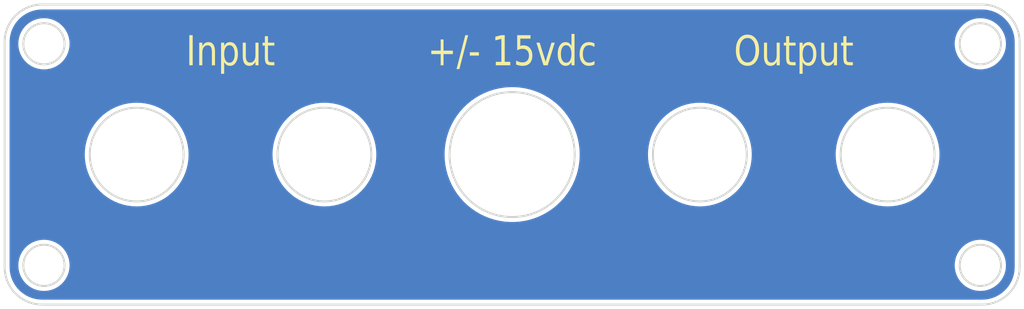
<source format=kicad_pcb>
(kicad_pcb
	(version 20240108)
	(generator "pcbnew")
	(generator_version "8.0")
	(general
		(thickness 1.6)
		(legacy_teardrops no)
	)
	(paper "A4")
	(layers
		(0 "F.Cu" signal)
		(31 "B.Cu" signal)
		(32 "B.Adhes" user "B.Adhesive")
		(33 "F.Adhes" user "F.Adhesive")
		(34 "B.Paste" user)
		(35 "F.Paste" user)
		(36 "B.SilkS" user "B.Silkscreen")
		(37 "F.SilkS" user "F.Silkscreen")
		(38 "B.Mask" user)
		(39 "F.Mask" user)
		(40 "Dwgs.User" user "User.Drawings")
		(41 "Cmts.User" user "User.Comments")
		(42 "Eco1.User" user "User.Eco1")
		(43 "Eco2.User" user "User.Eco2")
		(44 "Edge.Cuts" user)
		(45 "Margin" user)
		(46 "B.CrtYd" user "B.Courtyard")
		(47 "F.CrtYd" user "F.Courtyard")
		(48 "B.Fab" user)
		(49 "F.Fab" user)
		(50 "User.1" user)
		(51 "User.2" user)
		(52 "User.3" user)
		(53 "User.4" user)
		(54 "User.5" user)
		(55 "User.6" user)
		(56 "User.7" user)
		(57 "User.8" user)
		(58 "User.9" user)
	)
	(setup
		(pad_to_mask_clearance 0)
		(allow_soldermask_bridges_in_footprints no)
		(pcbplotparams
			(layerselection 0x00010fc_ffffffff)
			(plot_on_all_layers_selection 0x0000000_00000000)
			(disableapertmacros no)
			(usegerberextensions no)
			(usegerberattributes yes)
			(usegerberadvancedattributes yes)
			(creategerberjobfile yes)
			(dashed_line_dash_ratio 12.000000)
			(dashed_line_gap_ratio 3.000000)
			(svgprecision 4)
			(plotframeref no)
			(viasonmask no)
			(mode 1)
			(useauxorigin no)
			(hpglpennumber 1)
			(hpglpenspeed 20)
			(hpglpendiameter 15.000000)
			(pdf_front_fp_property_popups yes)
			(pdf_back_fp_property_popups yes)
			(dxfpolygonmode yes)
			(dxfimperialunits yes)
			(dxfusepcbnewfont yes)
			(psnegative no)
			(psa4output no)
			(plotreference yes)
			(plotvalue yes)
			(plotfptext yes)
			(plotinvisibletext no)
			(sketchpadsonfab no)
			(subtractmaskfromsilk no)
			(outputformat 1)
			(mirror no)
			(drillshape 1)
			(scaleselection 1)
			(outputdirectory "")
		)
	)
	(net 0 "")
	(gr_rect
		(start 96.35 64.66)
		(end 200.17 95.98)
		(stroke
			(width 0.1)
			(type solid)
		)
		(fill solid)
		(layer "B.Mask")
		(uuid "78a3c12f-628d-46aa-9257-40504e7f5d50")
	)
	(gr_arc
		(start 100.58 95.57)
		(mid 97.885923 94.454077)
		(end 96.77 91.76)
		(stroke
			(width 0.2)
			(type default)
		)
		(layer "Edge.Cuts")
		(uuid "000b71a8-9cd0-4c11-b185-44ff05c0f00c")
	)
	(gr_arc
		(start 199.77 91.76)
		(mid 198.654077 94.454077)
		(end 195.96 95.57)
		(stroke
			(width 0.2)
			(type default)
		)
		(layer "Edge.Cuts")
		(uuid "08e04723-45b3-4e97-a9cf-bfe295e3de18")
	)
	(gr_circle
		(center 195.78 91.58)
		(end 197.8755 91.58)
		(stroke
			(width 0.2)
			(type default)
		)
		(fill none)
		(layer "Edge.Cuts")
		(uuid "1b4a1626-9043-4bf9-82ef-e6f4930334c4")
	)
	(gr_line
		(start 96.77 91.76)
		(end 96.77 68.88)
		(stroke
			(width 0.2)
			(type default)
		)
		(layer "Edge.Cuts")
		(uuid "38d4d5bf-a355-470d-81ba-1edc51543214")
	)
	(gr_arc
		(start 96.77 68.88)
		(mid 97.885923 66.185923)
		(end 100.58 65.07)
		(stroke
			(width 0.2)
			(type default)
		)
		(layer "Edge.Cuts")
		(uuid "390d3a4f-1a5d-4abe-8915-a6ece7d570c5")
	)
	(gr_circle
		(center 167.32 80.32)
		(end 172.0825 80.32)
		(stroke
			(width 0.2)
			(type default)
		)
		(fill none)
		(layer "Edge.Cuts")
		(uuid "44db72ff-17d7-4b83-bc73-7121eb2997b1")
	)
	(gr_circle
		(center 110.17 80.32)
		(end 114.9325 80.32)
		(stroke
			(width 0.2)
			(type default)
		)
		(fill none)
		(layer "Edge.Cuts")
		(uuid "4820646b-5d44-4fd0-8447-ccf673f88462")
	)
	(gr_circle
		(center 195.78 69.06)
		(end 197.8755 69.06)
		(stroke
			(width 0.2)
			(type default)
		)
		(fill none)
		(layer "Edge.Cuts")
		(uuid "5b7458bb-c700-42e7-b57b-58238a5524a8")
	)
	(gr_line
		(start 195.96 95.57)
		(end 100.58 95.57)
		(stroke
			(width 0.2)
			(type default)
		)
		(layer "Edge.Cuts")
		(uuid "8c78d17f-47bb-4fc9-acc0-b3f76b0837ed")
	)
	(gr_line
		(start 100.58 65.07)
		(end 195.96 65.07)
		(stroke
			(width 0.2)
			(type default)
		)
		(layer "Edge.Cuts")
		(uuid "9284ee62-aaf0-46d5-af1a-99b68f3134f7")
	)
	(gr_arc
		(start 195.96 65.07)
		(mid 198.654077 66.185923)
		(end 199.77 68.88)
		(stroke
			(width 0.2)
			(type default)
		)
		(layer "Edge.Cuts")
		(uuid "9c8c83af-73b9-418c-a115-56ba6829f734")
	)
	(gr_circle
		(center 186.37 80.32)
		(end 191.1325 80.32)
		(stroke
			(width 0.2)
			(type default)
		)
		(fill none)
		(layer "Edge.Cuts")
		(uuid "bd5f5fae-a7b9-4bf1-9d66-6706d0465a33")
	)
	(gr_circle
		(center 129.22 80.32)
		(end 133.9825 80.32)
		(stroke
			(width 0.2)
			(type default)
		)
		(fill none)
		(layer "Edge.Cuts")
		(uuid "bf462850-d07a-42f0-b4ca-212977f3138a")
	)
	(gr_circle
		(center 100.76 91.58)
		(end 102.8555 91.58)
		(stroke
			(width 0.2)
			(type default)
		)
		(fill none)
		(layer "Edge.Cuts")
		(uuid "c5eae132-465e-43e9-b16a-a88e7fd3396a")
	)
	(gr_line
		(start 199.77 68.88)
		(end 199.77 91.76)
		(stroke
			(width 0.2)
			(type default)
		)
		(layer "Edge.Cuts")
		(uuid "c8d45af1-b8de-42d7-9eb9-d5a3d501572f")
	)
	(gr_circle
		(center 148.27 80.32)
		(end 154.62 80.32)
		(stroke
			(width 0.2)
			(type default)
		)
		(fill none)
		(layer "Edge.Cuts")
		(uuid "d0bbf223-5b52-4790-a7c6-6ddb4c3114fd")
	)
	(gr_circle
		(center 100.76 69.06)
		(end 102.8555 69.06)
		(stroke
			(width 0.2)
			(type default)
		)
		(fill none)
		(layer "Edge.Cuts")
		(uuid "e05d6d03-a304-4c7e-9bbe-87e77d657806")
	)
	(gr_text "+/- 15vdc"
		(at 148.27 70 0)
		(layer "F.SilkS")
		(uuid "1a219032-2084-46fa-849c-3ad7ac637719")
		(effects
			(font
				(face "Arial")
				(size 3 2.5)
				(thickness 0.380999)
			)
		)
		(render_cache "+/- 15vdc" 0
			(polygon
				(pts
					(xy 141.906864 70.776053) (xy 141.906864 69.955397) (xy 141.221762 69.955397) (xy 141.221762 69.603688)
					(xy 141.906864 69.603688) (xy 141.906864 68.806479) (xy 142.198734 68.806479) (xy 142.198734 69.603688)
					(xy 142.883835 69.603688) (xy 142.883835 69.955397) (xy 142.198734 69.955397) (xy 142.198734 70.776053)
				)
			)
			(polygon
				(pts
					(xy 143.067628 71.291894) (xy 143.797303 68.149954) (xy 144.044599 68.149954) (xy 143.316755 71.291894)
				)
			)
			(polygon
				(pts
					(xy 144.151455 70.354002) (xy 144.151455 69.978845) (xy 145.100949 69.978845) (xy 145.100949 70.354002)
				)
			)
			(polygon
				(pts
					(xy 147.487202 71.245) (xy 147.178235 71.245) (xy 147.178235 68.869494) (xy 147.08464 68.966763)
					(xy 146.981647 69.055927) (xy 146.885143 69.128879) (xy 146.775437 69.203183) (xy 146.663162 69.27037)
					(xy 146.55969 69.32232) (xy 146.55969 68.947163) (xy 146.670098 68.88078) (xy 146.788623 68.797787)
					(xy 146.89898 68.707192) (xy 147.001171 68.608995) (xy 147.013371 68.596186) (xy 147.103359 68.494016)
					(xy 147.187626 68.380936) (xy 147.260184 68.257603) (xy 147.288144 68.196849) (xy 147.487202 68.196849)
				)
			)
			(polygon
				(pts
					(xy 148.26939 70.447791) (xy 148.594233 70.414818) (xy 148.622032 70.563962) (xy 148.670594 70.703438)
					(xy 148.745501 70.82496) (xy 148.761539 70.843464) (xy 148.867642 70.93098) (xy 148.989028 70.978103)
					(xy 149.078444 70.987079) (xy 149.21106 70.9669) (xy 149.33032 70.906364) (xy 149.436222 70.805471)
					(xy 149.455799 70.78045) (xy 149.530772 70.653614) (xy 149.581208 70.505565) (xy 149.605441 70.356157)
					(xy 149.610894 70.233101) (xy 149.601582 70.079366) (xy 149.568845 69.926886) (xy 149.512538 69.796083)
					(xy 149.461905 69.720924) (xy 149.360165 69.622006) (xy 149.240417 69.559724) (xy 149.117247 69.534994)
					(xy 149.072949 69.533346) (xy 148.948077 69.549614) (xy 148.826478 69.603152) (xy 148.803671 69.618342)
					(xy 148.702169 69.708609) (xy 148.623208 69.821417) (xy 148.614383 69.838161) (xy 148.324344 69.792732)
					(xy 148.567977 68.243743) (xy 149.820332 68.243743) (xy 149.820332 68.595453) (xy 148.815273 68.595453)
					(xy 148.679718 69.407316) (xy 148.794626 69.329098) (xy 148.912206 69.273227) (xy 149.032458 69.239705)
					(xy 149.155381 69.228531) (xy 149.294699 69.241714) (xy 149.424141 69.281264) (xy 149.543707 69.347181)
					(xy 149.653398 69.439465) (xy 149.711644 69.504036) (xy 149.800151 69.631823) (xy 149.866919 69.774757)
					(xy 149.911949 69.932837) (xy 149.933244 70.08039) (xy 149.93879 70.211852) (xy 149.931791 70.362334)
					(xy 149.905937 70.527932) (xy 149.861033 70.682802) (xy 149.797077 70.826943) (xy 149.739732 70.923332)
					(xy 149.642624 71.048585) (xy 149.533108 71.147924) (xy 149.411185 71.221349) (xy 149.276853 71.268859)
					(xy 149.155433 71.288655) (xy 149.078444 71.291894) (xy 148.953973 71.28378) (xy 148.81999 71.253802)
					(xy 148.698103 71.201734) (xy 148.588312 71.127578) (xy 148.517296 71.061085) (xy 148.431344 70.952597)
					(xy 148.363156 70.829734) (xy 148.312733 70.692496) (xy 148.280075 70.540882)
				)
			)
			(polygon
				(pts
					(xy 150.808294 71.245) (xy 150.114644 69.040952) (xy 150.441319 69.040952) (xy 150.832718 70.363527)
					(xy 150.87515 70.512614) (xy 150.915129 70.665683) (xy 150.949344 70.808293) (xy 150.98495 70.667506)
					(xy 151.025434 70.520891) (xy 151.064139 70.38844) (xy 151.469582 69.040952) (xy 151.787708 69.040952)
					(xy 151.097111 71.245)
				)
			)
			(polygon
				(pts
					(xy 153.520611 71.245) (xy 153.234236 71.245) (xy 153.234236 70.968761) (xy 153.150329 71.094669)
					(xy 153.050878 71.189653) (xy 152.935882 71.253711) (xy 152.805342 71.286845) (xy 152.723769 71.291894)
					(xy 152.590926 71.277726) (xy 152.464881 71.235222) (xy 152.345634 71.164382) (xy 152.3226 71.146814)
					(xy 152.226376 71.056164) (xy 152.143096 70.947432) (xy 152.07276 70.820615) (xy 152.039278 70.742348)
					(xy 151.990871 70.589945) (xy 151.961142 70.444258) (xy 151.94393 70.288954) (xy 151.939139 70.145174)
					(xy 151.939191 70.143709) (xy 152.256654 70.143709) (xy 152.261849 70.295255) (xy 152.281042 70.452979)
					(xy 152.320292 70.608077) (xy 152.386527 70.750485) (xy 152.404421 70.777519) (xy 152.501963 70.888029)
					(xy 152.609881 70.95761) (xy 152.740574 70.986874) (xy 152.753078 70.987079) (xy 152.885234 70.963442)
					(xy 153.002959 70.892531) (xy 153.09746 70.787044) (xy 153.165939 70.657478) (xy 153.207994 70.514378)
					(xy 153.230267 70.367603) (xy 153.238983 70.200702) (xy 153.239121 70.175216) (xy 153.234033 70.013881)
					(xy 153.215238 69.84708) (xy 153.182592 69.70335) (xy 153.128325 69.567337) (xy 153.094407 69.510631)
					(xy 152.997843 69.398961) (xy 152.88828 69.328651) (xy 152.765717 69.2997) (xy 152.739644 69.298872)
					(xy 152.617273 69.318765) (xy 152.497953 69.386598) (xy 152.403381 69.490039) (xy 152.394651 69.502571)
					(xy 152.327944 69.635344) (xy 152.286976 69.784604) (xy 152.265279 69.939323) (xy 152.257193 70.089856)
					(xy 152.256654 70.143709) (xy 151.939191 70.143709) (xy 151.944825 69.984477) (xy 151.961884 69.831383)
					(xy 151.990315 69.685891) (xy 152.030119 69.548) (xy 152.088492 69.407061) (xy 152.161259 69.285944)
					(xy 152.258992 69.174618) (xy 152.30306 69.136939) (xy 152.42102 69.061592) (xy 152.547446 69.01415)
					(xy 152.68234 68.994616) (xy 152.710335 68.994057) (xy 152.838342 69.008448) (xy 152.962896 69.056133)
					(xy 153.004037 69.081252) (xy 153.107538 69.167145) (xy 153.192572 69.273513) (xy 153.213476 69.307665)
					(xy 153.213476 68.196849) (xy 153.520611 68.196849)
				)
			)
			(polygon
				(pts
					(xy 155.187568 70.447791) (xy 155.491651 70.495418) (xy 155.462324 70.65116) (xy 155.418154 70.791403)
					(xy 155.349499 70.932705) (xy 155.261457 71.053766) (xy 155.236417 71.080868) (xy 155.127958 71.173192)
					(xy 155.007745 71.239138) (xy 154.875777 71.278705) (xy 154.750663 71.291688) (xy 154.732055 71.291894)
					(xy 154.596844 71.281539) (xy 154.471937 71.250472) (xy 154.357334 71.198694) (xy 154.236653 71.112111)
					(xy 154.144375 71.015459) (xy 154.129997 70.997337) (xy 154.052803 70.877613) (xy 153.99158 70.739909)
					(xy 153.946328 70.584224) (xy 153.920819 70.440752) (xy 153.9064 70.284793) (xy 153.902851 70.151036)
					(xy 153.907526 69.999517) (xy 153.924318 69.836828) (xy 153.953322 69.685314) (xy 153.994537 69.544973)
					(xy 154.000548 69.528217) (xy 154.063864 69.388385) (xy 154.143216 69.269767) (xy 154.238603 69.172362)
					(xy 154.298524 69.127414) (xy 154.413935 69.06295) (xy 154.534851 69.019583) (xy 154.661273 68.997313)
					(xy 154.733887 68.994057) (xy 154.858784 69.002718) (xy 154.988786 69.033824) (xy 155.105202 69.087554)
					(xy 155.219931 69.175041) (xy 155.315634 69.288843) (xy 155.389796 69.426639) (xy 155.437633 69.569269)
					(xy 155.462342 69.688684) (xy 155.161923 69.744371) (xy 155.124325 69.604809) (xy 155.059799 69.473582)
					(xy 155.009271 69.41098) (xy 154.897314 69.330512) (xy 154.774663 69.299858) (xy 154.746099 69.298872)
					(xy 154.621507 69.314869) (xy 154.499386 69.370168) (xy 154.394437 69.464964) (xy 154.366302 69.501106)
					(xy 154.295757 69.633467) (xy 154.252433 69.78236) (xy 154.229488 69.936758) (xy 154.220937 70.087016)
					(xy 154.220367 70.140778) (xy 154.225326 70.298764) (xy 154.243646 70.461527) (xy 154.281112 70.619121)
					(xy 154.344337 70.760176) (xy 154.361417 70.786311) (xy 154.457922 70.892185) (xy 154.571122 70.958846)
					(xy 154.701019 70.986295) (xy 154.729002 70.987079) (xy 154.856972 70.968532) (xy 154.976421 70.906579)
					(xy 155.032474 70.855188) (xy 155.111529 70.73573) (xy 155.161969 70.591107)
				)
			)
		)
	)
	(gr_text "Input"
		(at 119.695 70 0)
		(layer "F.SilkS")
		(uuid "f5fa40b2-315b-4068-8c68-e588865d493a")
		(effects
			(font
				(face "Arial")
				(size 3 2.5)
				(thickness 0.3)
			)
		)
		(render_cache "Input" 0
			(polygon
				(pts
					(xy 116.130887 71.245) (xy 116.130887 68.196849) (xy 116.464278 68.196849) (xy 116.464278 71.245)
				)
			)
			(polygon
				(pts
					(xy 117.007108 71.245) (xy 117.007108 69.040952) (xy 117.284934 69.040952) (xy 117.284934 69.350163)
					(xy 117.366557 69.229143) (xy 117.46076 69.133161) (xy 117.586563 69.052829) (xy 117.708021 69.011098)
					(xy 117.842059 68.994405) (xy 117.865621 68.994057) (xy 117.995139 69.005908) (xy 118.115789 69.041462)
					(xy 118.168482 69.065865) (xy 118.276324 69.136751) (xy 118.366655 69.239058) (xy 118.375478 69.253443)
					(xy 118.437071 69.388858) (xy 118.471954 69.528949) (xy 118.485295 69.682769) (xy 118.488901 69.844387)
					(xy 118.489051 69.89165) (xy 118.489051 71.245) (xy 118.180084 71.245) (xy 118.180084 69.901175)
					(xy 118.175018 69.745997) (xy 118.154437 69.597813) (xy 118.144058 69.559724) (xy 118.077082 69.43579)
					(xy 118.015831 69.37874) (xy 117.902551 69.323639) (xy 117.800286 69.310596) (xy 117.671043 69.328519)
					(xy 117.554498 69.382286) (xy 117.459568 69.462271) (xy 117.383898 69.583758) (xy 117.339757 69.738736)
					(xy 117.32112 69.889168) (xy 117.316075 70.038928) (xy 117.316075 71.245)
				)
			)
			(polygon
				(pts
					(xy 119.891151 69.005533) (xy 120.022122 69.045204) (xy 120.14224 69.11321) (xy 120.176159 69.139138)
					(xy 120.279389 69.241405) (xy 120.365447 69.366856) (xy 120.428215 69.499584) (xy 120.446047 69.548)
					(xy 120.490027 69.700377) (xy 120.519613 69.860752) (xy 120.533829 70.010023) (xy 120.537027 70.126123)
					(xy 120.530731 70.290804) (xy 120.51184 70.447058) (xy 120.480356 70.594886) (xy 120.436277 70.734288)
					(xy 120.372704 70.876051) (xy 120.29464 70.997993) (xy 120.202087 71.100112) (xy 120.144407 71.148279)
					(xy 120.035308 71.217702) (xy 119.910348 71.268192) (xy 119.781453 71.290632) (xy 119.742017 71.291894)
					(xy 119.612804 71.276888) (xy 119.495513 71.231868) (xy 119.464191 71.213492) (xy 119.358789 71.130974)
					(xy 119.267656 71.02308) (xy 119.26269 71.015655) (xy 119.26269 72.089103) (xy 118.953723 72.089103)
					(xy 118.953723 70.156898) (xy 119.233381 70.156898) (xy 119.238383 70.308212) (xy 119.256862 70.46508)
					(xy 119.294652 70.618426) (xy 119.358425 70.757878) (xy 119.375653 70.784113) (xy 119.470798 70.891146)
					(xy 119.588956 70.963096) (xy 119.721256 70.987079) (xy 119.844081 70.966543) (xy 119.955338 70.904933)
					(xy 120.055027 70.802251) (xy 120.073577 70.776786) (xy 120.144712 70.640239) (xy 120.188399 70.488209)
					(xy 120.211536 70.331516) (xy 120.220158 70.179627) (xy 120.220733 70.12539) (xy 120.215688 69.975364)
					(xy 120.197051 69.819087) (xy 120.158936 69.665214) (xy 120.094616 69.523637) (xy 120.07724 69.496709)
					(xy 119.982393 69.386199) (xy 119.865252 69.311911) (xy 119.73469 69.287149) (xy 119.604436 69.31347)
					(xy 119.49529 69.383079) (xy 119.404604 69.482925) (xy 119.385422 69.509898) (xy 119.318904 69.633867)
					(xy 119.271392 69.783023) (xy 119.245408 69.934196) (xy 119.233975 70.104653) (xy 119.233381 70.156898)
					(xy 118.953723 70.156898) (xy 118.953723 69.040952) (xy 119.235213 69.040952) (xy 119.235213 69.33038)
					(xy 119.313466 69.21628) (xy 119.40638 69.119184) (xy 119.459917 69.078321) (xy 119.58003 69.020719)
					(xy 119.709563 68.996115) (xy 119.763999 68.994057)
				)
			)
			(polygon
				(pts
					(xy 122.095297 71.245) (xy 122.095297 70.923332) (xy 122.010017 71.048585) (xy 121.914004 71.147924)
					(xy 121.807257 71.221349) (xy 121.689777 71.268859) (xy 121.561564 71.290454) (xy 121.516441 71.291894)
					(xy 121.388993 71.279559) (xy 121.268599 71.242555) (xy 121.215412 71.217156) (xy 121.106736 71.144467)
					(xy 121.016023 71.043533) (xy 121.007195 71.029577) (xy 120.946555 70.895416) (xy 120.91194 70.753339)
					(xy 120.897171 70.600164) (xy 120.893178 70.448214) (xy 120.893011 70.40456) (xy 120.893011 69.040952)
					(xy 121.202589 69.040952) (xy 121.202589 70.264609) (xy 121.204087 70.414345) (xy 121.210741 70.56693)
					(xy 121.221518 70.659549) (xy 121.270622 70.798248) (xy 121.344861 70.891092) (xy 121.458 70.95684)
					(xy 121.578723 70.975355) (xy 121.705046 70.956518) (xy 121.824123 70.900007) (xy 121.839452 70.889626)
					(xy 121.938244 70.794883) (xy 122.009017 70.663656) (xy 122.012254 70.65442) (xy 122.045068 70.511436)
					(xy 122.059767 70.355879) (xy 122.062935 70.222843) (xy 122.062935 69.040952) (xy 122.371902 69.040952)
					(xy 122.371902 71.245)
				)
			)
			(polygon
				(pts
					(xy 123.521675 70.905013) (xy 123.566249 71.245) (xy 123.442601 71.28017) (xy 123.332997 71.291894)
					(xy 123.208565 71.281252) (xy 123.089725 71.238937) (xy 123.071658 71.227414) (xy 122.977109 71.130156)
					(xy 122.940988 71.056688) (xy 122.914253 70.906411) (xy 122.905523 70.749161) (xy 122.903741 70.611922)
					(xy 122.903741 69.334043) (xy 122.676595 69.334043) (xy 122.676595 69.040952) (xy 122.903741 69.040952)
					(xy 122.903741 68.508991) (xy 123.210876 68.290638) (xy 123.210876 69.040952) (xy 123.521675 69.040952)
					(xy 123.521675 69.334043) (xy 123.210876 69.334043) (xy 123.210876 70.641964) (xy 123.216473 70.794057)
					(xy 123.226752 70.850792) (xy 123.279875 70.924797) (xy 123.38612 70.951908) (xy 123.506165 70.913394)
				)
			)
		)
	)
	(gr_text "Output"
		(at 176.85 70 0)
		(layer "F.SilkS")
		(uuid "fbcde385-3f1f-4f75-9a67-5deceb9312c6")
		(effects
			(font
				(face "Arial")
				(size 3 2.5)
				(thickness 0.380999)
			)
		)
		(render_cache "Output" 0
			(polygon
				(pts
					(xy 173.101576 68.157012) (xy 173.225045 68.178187) (xy 173.343662 68.213478) (xy 173.475918 68.272493)
					(xy 173.60157 68.350722) (xy 173.717789 68.446166) (xy 173.82121 68.556827) (xy 173.911833 68.682706)
					(xy 173.989659 68.823801) (xy 174.028384 68.911259) (xy 174.078395 69.049298) (xy 174.118058 69.194138)
					(xy 174.147374 69.345779) (xy 174.166343 69.50422) (xy 174.174966 69.669461) (xy 174.175541 69.726053)
					(xy 174.170088 69.89576) (xy 174.153731 70.058666) (xy 174.126468 70.214772) (xy 174.0883 70.364077)
					(xy 174.039227 70.506581) (xy 174.020447 70.552571) (xy 173.957986 70.682925) (xy 173.873665 70.819312)
					(xy 173.777015 70.938799) (xy 173.668034 71.041386) (xy 173.582641 71.104316) (xy 173.456555 71.177405)
					(xy 173.326203 71.232543) (xy 173.191585 71.269729) (xy 173.052701 71.288963) (xy 172.971424 71.291894)
					(xy 172.840799 71.28463) (xy 172.715455 71.262837) (xy 172.595392 71.226515) (xy 172.48061 71.175665)
					(xy 172.371108 71.110286) (xy 172.335782 71.085265) (xy 172.219888 70.987321) (xy 172.11691 70.874932)
					(xy 172.026846 70.748096) (xy 171.949697 70.606816) (xy 171.91141 70.519598) (xy 171.862437 70.383766)
					(xy 171.818108 70.221583) (xy 171.787571 70.055403) (xy 171.772372 69.909782) (xy 171.767481 69.766353)
					(xy 172.111078 69.766353) (xy 172.117056 69.932838) (xy 172.13499 70.08791) (xy 172.164879 70.231568)
					(xy 172.216528 70.388893) (xy 172.285393 70.529783) (xy 172.355932 70.634637) (xy 172.452109 70.742459)
					(xy 172.557003 70.827974) (xy 172.670611 70.89118) (xy 172.792935 70.932079) (xy 172.923975 70.950669)
					(xy 172.969592 70.951908) (xy 173.105962 70.940651) (xy 173.232973 70.90688) (xy 173.350625 70.850594)
					(xy 173.458917 70.771794) (xy 173.55785 70.67048) (xy 173.588747 70.631706) (xy 173.671337 70.502202)
					(xy 173.736839 70.353841) (xy 173.778371 70.215804) (xy 173.808036 70.064671) (xy 173.825836 69.900444)
					(xy 173.831769 69.723122) (xy 173.826802 69.564796) (xy 173.8119 69.415517) (xy 173.782706 69.255988)
					(xy 173.740536 69.108274) (xy 173.727966 69.073192) (xy 173.670034 68.942171) (xy 173.590447 68.813494)
					(xy 173.495596 68.704638) (xy 173.423883 68.64308) (xy 173.307411 68.569053) (xy 173.183307 68.519252)
					(xy 173.051571 68.493679) (xy 172.975087 68.48994) (xy 172.845758 68.500296) (xy 172.723383 68.531362)
					(xy 172.607964 68.58314) (xy 172.499501 68.655628) (xy 172.397992 68.748828) (xy 172.365701 68.784497)
					(xy 172.279169 68.90854) (xy 172.21054 69.060301) (xy 172.167026 69.207941) (xy 172.135944 69.37483)
					(xy 172.12003 69.5222) (xy 172.112073 69.681889) (xy 172.111078 69.766353) (xy 171.767481 69.766353)
					(xy 171.767306 69.761224) (xy 171.772563 69.577321) (xy 171.788334 69.403698) (xy 171.814619 69.240357)
					(xy 171.851417 69.087297) (xy 171.89873 68.944518) (xy 171.956556 68.81202) (xy 172.024897 68.689803)
					(xy 172.103751 68.577868) (xy 172.213851 68.454592) (xy 172.333492 68.35221) (xy 172.462673 68.270723)
					(xy 172.601396 68.210129) (xy 172.749659 68.17043) (xy 172.875138 68.153715) (xy 172.973255 68.149954)
				)
			)
			(polygon
				(pts
					(xy 175.745412 71.245) (xy 175.745412 70.923332) (xy 175.660132 71.048585) (xy 175.564119 71.147924)
					(xy 175.457372 71.221349) (xy 175.339892 71.268859) (xy 175.211679 71.290454) (xy 175.166556 71.291894)
					(xy 175.039108 71.279559) (xy 174.918714 71.242555) (xy 174.865527 71.217156) (xy 174.756851 71.144467)
					(xy 174.666137 71.043533) (xy 174.65731 71.029577) (xy 174.59667 70.895416) (xy 174.562055 70.753339)
					(xy 174.547285 70.600164) (xy 174.543293 70.448214) (xy 174.543126 70.40456) (xy 174.543126 69.040952)
					(xy 174.852704 69.040952) (xy 174.852704 70.264609) (xy 174.854201 70.414345) (xy 174.860856 70.56693)
					(xy 174.871633 70.659549) (xy 174.920737 70.798248) (xy 174.994976 70.891092) (xy 175.108115 70.95684)
					(xy 175.228838 70.975355) (xy 175.35516 70.956518) (xy 175.474238 70.900007) (xy 175.489567 70.889626)
					(xy 175.588359 70.794883) (xy 175.659132 70.663656) (xy 175.662369 70.65442) (xy 175.695183 70.511436)
					(xy 175.709882 70.355879) (xy 175.713049 70.222843) (xy 175.713049 69.040952) (xy 176.022017 69.040952)
					(xy 176.022017 71.245)
				)
			)
			(polygon
				(pts
					(xy 177.17179 70.905013) (xy 177.216364 71.245) (xy 177.092716 71.28017) (xy 176.983112 71.291894)
					(xy 176.85868 71.281252) (xy 176.73984 71.238937) (xy 176.721772 71.227414) (xy 176.627224 71.130156)
					(xy 176.591103 71.056688) (xy 176.564368 70.906411) (xy 176.555638 70.749161) (xy 176.553855 70.611922)
					(xy 176.553855 69.334043) (xy 176.32671 69.334043) (xy 176.32671 69.040952) (xy 176.553855 69.040952)
					(xy 176.553855 68.508991) (xy 176.860991 68.290638) (xy 176.860991 69.040952) (xy 177.17179 69.040952)
					(xy 177.17179 69.334043) (xy 176.860991 69.334043) (xy 176.860991 70.641964) (xy 176.866588 70.794057)
					(xy 176.876867 70.850792) (xy 176.929989 70.924797) (xy 177.036235 70.951908) (xy 177.15628 70.913394)
				)
			)
			(polygon
				(pts
					(xy 178.406584 69.005533) (xy 178.537554 69.045204) (xy 178.657672 69.11321) (xy 178.691591 69.139138)
					(xy 178.794822 69.241405) (xy 178.880879 69.366856) (xy 178.943648 69.499584) (xy 178.961479 69.548)
					(xy 179.005459 69.700377) (xy 179.035046 69.860752) (xy 179.049261 70.010023) (xy 179.05246 70.126123)
					(xy 179.046163 70.290804) (xy 179.027272 70.447058) (xy 178.995788 70.594886) (xy 178.95171 70.734288)
					(xy 178.888136 70.876051) (xy 178.810073 70.997993) (xy 178.717519 71.100112) (xy 178.659839 71.148279)
					(xy 178.550741 71.217702) (xy 178.425781 71.268192) (xy 178.296885 71.290632) (xy 178.257449 71.291894)
					(xy 178.128237 71.276888) (xy 178.010945 71.231868) (xy 177.979623 71.213492) (xy 177.874222 71.130974)
					(xy 177.783089 71.02308) (xy 177.778123 71.015655) (xy 177.778123 72.089103) (xy 177.469156 72.089103)
					(xy 177.469156 70.156898) (xy 177.748814 70.156898) (xy 177.753815 70.308212) (xy 177.772294 70.46508)
					(xy 177.810085 70.618426) (xy 177.873857 70.757878) (xy 177.891085 70.784113) (xy 177.98623 70.891146)
					(xy 178.104388 70.963096) (xy 178.236689 70.987079) (xy 178.359514 70.966543) (xy 178.470771 70.904933)
					(xy 178.570459 70.802251) (xy 178.589009 70.776786) (xy 178.660144 70.640239) (xy 178.703831 70.488209)
					(xy 178.726968 70.331516) (xy 178.73559 70.179627) (xy 178.736165 70.12539) (xy 178.731121 69.975364)
					(xy 178.712483 69.819087) (xy 178.674368 69.665214) (xy 178.610049 69.523637) (xy 178.592673 69.496709)
					(xy 178.497826 69.386199) (xy 178.380684 69.311911) (xy 178.250122 69.287149) (xy 178.119868 69.31347)
					(xy 178.010722 69.383079) (xy 177.920036 69.482925) (xy 177.900855 69.509898) (xy 177.834337 69.633867)
					(xy 177.786824 69.783023) (xy 177.76084 69.934196) (xy 177.749408 70.104653) (xy 177.748814 70.156898)
					(xy 177.469156 70.156898) (xy 177.469156 69.040952) (xy 177.750645 69.040952) (xy 177.750645 69.33038)
					(xy 177.828899 69.21628) (xy 177.921812 69.119184) (xy 177.975349 69.078321) (xy 178.095462 69.020719)
					(xy 178.224995 68.996115) (xy 178.279431 68.994057)
				)
			)
			(polygon
				(pts
					(xy 180.610729 71.245) (xy 180.610729 70.923332) (xy 180.525449 71.048585) (xy 180.429436 71.147924)
					(xy 180.32269 71.221349) (xy 180.20521 71.268859) (xy 180.076997 71.290454) (xy 180.031874 71.291894)
					(xy 179.904425 71.279559) (xy 179.784032 71.242555) (xy 179.730844 71.217156) (xy 179.622168 71.144467)
					(xy 179.531455 71.043533) (xy 179.522627 71.029577) (xy 179.461988 70.895416) (xy 179.427373 70.753339)
					(xy 179.412603 70.600164) (xy 179.40861 70.448214) (xy 179.408444 70.40456) (xy 179.408444 69.040952)
					(xy 179.718022 69.040952) (xy 179.718022 70.264609) (xy 179.719519 70.414345) (xy 179.726174 70.56693)
					(xy 179.73695 70.659549) (xy 179.786054 70.798248) (xy 179.860293 70.891092) (xy 179.973432 70.95684)
					(xy 180.094156 70.975355) (xy 180.220478 70.956518) (xy 180.339555 70.900007) (xy 180.354885 70.889626)
					(xy 180.453676 70.794883) (xy 180.524449 70.663656) (xy 180.527687 70.65442) (xy 180.5605 70.511436)
					(xy 180.575199 70.355879) (xy 180.578367 70.222843) (xy 180.578367 69.040952) (xy 180.887334 69.040952)
					(xy 180.887334 71.245)
				)
			)
			(polygon
				(pts
					(xy 182.037107 70.905013) (xy 182.081682 71.245) (xy 181.958034 71.28017) (xy 181.84843 71.291894)
					(xy 181.723997 71.281252) (xy 181.605158 71.238937) (xy 181.58709 71.227414) (xy 181.492541 71.130156)
					(xy 181.45642 71.056688) (xy 181.429685 70.906411) (xy 181.420955 70.749161) (xy 181.419173 70.611922)
					(xy 181.419173 69.334043) (xy 181.192027 69.334043) (xy 181.192027 69.040952) (xy 181.419173 69.040952)
					(xy 181.419173 68.508991) (xy 181.726308 68.290638) (xy 181.726308 69.040952) (xy 182.037107 69.040952)
					(xy 182.037107 69.334043) (xy 181.726308 69.334043) (xy 181.726308 70.641964) (xy 181.731905 70.794057)
					(xy 181.742184 70.850792) (xy 181.795307 70.924797) (xy 181.901553 70.951908) (xy 182.021598 70.913394)
				)
			)
		)
	)
	(zone
		(net 0)
		(net_name "")
		(layer "B.Cu")
		(uuid "15d7aea0-8b56-4348-af2f-3bc4849fd1c6")
		(hatch edge 0.5)
		(connect_pads
			(clearance 0)
		)
		(min_thickness 0.025)
		(filled_areas_thickness no)
		(fill yes
			(thermal_gap 0.5)
			(thermal_bridge_width 0.5)
			(island_removal_mode 1)
			(island_area_min 10)
		)
		(polygon
			(pts
				(xy 96.5 64.76) (xy 200.11 64.72) (xy 200.12 95.92) (xy 96.42 95.92) (xy 96.4 64.76)
			)
		)
		(filled_polygon
			(layer "B.Cu")
			(island)
			(pts
				(xy 195.960305 65.570516) (xy 196.305345 65.588599) (xy 196.306525 65.588723) (xy 196.647495 65.642727)
				(xy 196.648656 65.642974) (xy 196.982122 65.732325) (xy 196.983241 65.732688) (xy 197.305535 65.856406)
				(xy 197.306617 65.856887) (xy 197.614229 66.013623) (xy 197.615245 66.01421) (xy 197.783244 66.12331)
				(xy 197.904771 66.202231) (xy 197.905745 66.202939) (xy 198.174014 66.420178) (xy 198.174909 66.420983)
				(xy 198.419016 66.66509) (xy 198.419821 66.665985) (xy 198.63706 66.934254) (xy 198.637768 66.935228)
				(xy 198.739887 67.092476) (xy 198.825785 67.224748) (xy 198.826379 67.225776) (xy 198.94827 67.465)
				(xy 198.983108 67.533373) (xy 198.983597 67.534473) (xy 199.107306 67.856745) (xy 199.107678 67.85789)
				(xy 199.197023 68.191335) (xy 199.197273 68.192512) (xy 199.251275 68.533466) (xy 199.251401 68.534663)
				(xy 199.269484 68.879694) (xy 199.2695 68.880296) (xy 199.2695 91.759703) (xy 199.269484 91.760305)
				(xy 199.251401 92.105336) (xy 199.251275 92.106533) (xy 199.197273 92.447487) (xy 199.197023 92.448664)
				(xy 199.107678 92.782109) (xy 199.107306 92.783254) (xy 198.983597 93.105526) (xy 198.983108 93.106626)
				(xy 198.826383 93.414216) (xy 198.825781 93.415258) (xy 198.637768 93.704771) (xy 198.63706 93.705745)
				(xy 198.419821 93.974014) (xy 198.419016 93.974909) (xy 198.174909 94.219016) (xy 198.174014 94.219821)
				(xy 197.905745 94.43706) (xy 197.904771 94.437768) (xy 197.615258 94.625781) (xy 197.614216 94.626383)
				(xy 197.306626 94.783108) (xy 197.305526 94.783597) (xy 196.983254 94.907306) (xy 196.982109 94.907678)
				(xy 196.648664 94.997023) (xy 196.647487 94.997273) (xy 196.306533 95.051275) (xy 196.305336 95.051401)
				(xy 195.960305 95.069484) (xy 195.959703 95.0695) (xy 100.580297 95.0695) (xy 100.579695 95.069484)
				(xy 100.234663 95.051401) (xy 100.233466 95.051275) (xy 99.892512 94.997273) (xy 99.891335 94.997023)
				(xy 99.55789 94.907678) (xy 99.556745 94.907306) (xy 99.234473 94.783597) (xy 99.233373 94.783108)
				(xy 98.925776 94.626379) (xy 98.924748 94.625785) (xy 98.792476 94.539887) (xy 98.635228 94.437768)
				(xy 98.634254 94.43706) (xy 98.365985 94.219821) (xy 98.36509 94.219016) (xy 98.120983 93.974909)
				(xy 98.120178 93.974014) (xy 97.902939 93.705745) (xy 97.902231 93.704771) (xy 97.786581 93.526686)
				(xy 97.71421 93.415245) (xy 97.713623 93.414229) (xy 97.556887 93.106617) (xy 97.556406 93.105535)
				(xy 97.432688 92.783241) (xy 97.432325 92.782122) (xy 97.342974 92.448656) (xy 97.342726 92.447487)
				(xy 97.303909 92.202408) (xy 97.288723 92.106525) (xy 97.288599 92.105345) (xy 97.270516 91.760305)
				(xy 97.2705 91.759703) (xy 97.2705 91.579999) (xy 98.159255 91.579999) (xy 98.159255 91.58) (xy 98.178216 91.893477)
				(xy 98.178216 91.893479) (xy 98.178217 91.893485) (xy 98.217151 92.105937) (xy 98.23483 92.202408)
				(xy 98.328257 92.502227) (xy 98.328258 92.502229) (xy 98.328259 92.502232) (xy 98.328261 92.502237)
				(xy 98.420794 92.707835) (xy 98.457154 92.788624) (xy 98.619628 93.057391) (xy 98.657785 93.106095)
				(xy 98.813314 93.304613) (xy 99.035387 93.526686) (xy 99.282608 93.720371) (xy 99.551374 93.882845)
				(xy 99.837763 94.011739) (xy 99.83777 94.011741) (xy 99.837772 94.011742) (xy 100.137591 94.105169)
				(xy 100.137601 94.105172) (xy 100.446515 94.161783) (xy 100.76 94.180745) (xy 101.073485 94.161783)
				(xy 101.382399 94.105172) (xy 101.682237 94.011739) (xy 101.968626 93.882845) (xy 102.237392 93.720371)
				(xy 102.484613 93.526686) (xy 102.706686 93.304613) (xy 102.900371 93.057392) (xy 103.062845 92.788626)
				(xy 103.191739 92.502237) (xy 103.285172 92.202399) (xy 103.341783 91.893485) (xy 103.360745 91.58)
				(xy 103.360745 91.579999) (xy 193.179255 91.579999) (xy 193.179255 91.58) (xy 193.198216 91.893477)
				(xy 193.198216 91.893479) (xy 193.198217 91.893485) (xy 193.237151 92.105937) (xy 193.25483 92.202408)
				(xy 193.348257 92.502227) (xy 193.348258 92.502229) (xy 193.348259 92.502232) (xy 193.348261 92.502237)
				(xy 193.440794 92.707835) (xy 193.477154 92.788624) (xy 193.639628 93.057391) (xy 193.677785 93.106095)
				(xy 193.833314 93.304613) (xy 194.055387 93.526686) (xy 194.302608 93.720371) (xy 194.571374 93.882845)
				(xy 194.857763 94.011739) (xy 194.85777 94.011741) (xy 194.857772 94.011742) (xy 195.157591 94.105169)
				(xy 195.157601 94.105172) (xy 195.466515 94.161783) (xy 195.78 94.180745) (xy 196.093485 94.161783)
				(xy 196.402399 94.105172) (xy 196.702237 94.011739) (xy 196.988626 93.882845) (xy 197.257392 93.720371)
				(xy 197.504613 93.526686) (xy 197.726686 93.304613) (xy 197.920371 93.057392) (xy 198.082845 92.788626)
				(xy 198.211739 92.502237) (xy 198.305172 92.202399) (xy 198.361783 91.893485) (xy 198.380745 91.58)
				(xy 198.361783 91.266515) (xy 198.305172 90.957601) (xy 198.211739 90.657763) (xy 198.082845 90.371374)
				(xy 197.920371 90.102608) (xy 197.726686 89.855387) (xy 197.504613 89.633314) (xy 197.257392 89.439629)
				(xy 197.257393 89.439629) (xy 197.257391 89.439628) (xy 196.988624 89.277154) (xy 196.947787 89.258775)
				(xy 196.702237 89.148261) (xy 196.702232 89.148259) (xy 196.702229 89.148258) (xy 196.702227 89.148257)
				(xy 196.402408 89.05483) (xy 196.402401 89.054828) (xy 196.402399 89.054828) (xy 196.093485 88.998217)
				(xy 196.093479 88.998216) (xy 196.093477 88.998216) (xy 195.78 88.979255) (xy 195.466522 88.998216)
				(xy 195.466518 88.998216) (xy 195.466515 88.998217) (xy 195.157601 89.054828) (xy 195.157599 89.054828)
				(xy 195.157591 89.05483) (xy 194.857772 89.148257) (xy 194.85777 89.148258) (xy 194.571375 89.277154)
				(xy 194.302608 89.439628) (xy 194.05539 89.633311) (xy 193.833311 89.85539) (xy 193.639628 90.102608)
				(xy 193.477154 90.371375) (xy 193.348258 90.65777) (xy 193.348257 90.657772) (xy 193.25483 90.957591)
				(xy 193.254828 90.957599) (xy 193.254828 90.957601) (xy 193.198217 91.266515) (xy 193.198217 91.266518)
				(xy 193.198216 91.266522) (xy 193.179255 91.579999) (xy 103.360745 91.579999) (xy 103.341783 91.266515)
				(xy 103.285172 90.957601) (xy 103.191739 90.657763) (xy 103.062845 90.371374) (xy 102.900371 90.102608)
				(xy 102.706686 89.855387) (xy 102.484613 89.633314) (xy 102.237392 89.439629) (xy 102.237393 89.439629)
				(xy 102.237391 89.439628) (xy 101.968624 89.277154) (xy 101.927787 89.258775) (xy 101.682237 89.148261)
				(xy 101.682232 89.148259) (xy 101.682229 89.148258) (xy 101.682227 89.148257) (xy 101.382408 89.05483)
				(xy 101.382401 89.054828) (xy 101.382399 89.054828) (xy 101.073485 88.998217) (xy 101.073479 88.998216)
				(xy 101.073477 88.998216) (xy 100.76 88.979255) (xy 100.446522 88.998216) (xy 100.446518 88.998216)
				(xy 100.446515 88.998217) (xy 100.137601 89.054828) (xy 100.137599 89.054828) (xy 100.137591 89.05483)
				(xy 99.837772 89.148257) (xy 99.83777 89.148258) (xy 99.551375 89.277154) (xy 99.282608 89.439628)
				(xy 99.03539 89.633311) (xy 98.813311 89.85539) (xy 98.619628 90.102608) (xy 98.457154 90.371375)
				(xy 98.328258 90.65777) (xy 98.328257 90.657772) (xy 98.23483 90.957591) (xy 98.234828 90.957599)
				(xy 98.234828 90.957601) (xy 98.178217 91.266515) (xy 98.178217 91.266518) (xy 98.178216 91.266522)
				(xy 98.159255 91.579999) (xy 97.2705 91.579999) (xy 97.2705 80.319999) (xy 104.901986 80.319999)
				(xy 104.901986 80.32) (xy 104.922031 80.779128) (xy 104.922031 80.77913) (xy 104.922032 80.779138)
				(xy 104.930675 80.844784) (xy 104.982019 81.234782) (xy 104.982022 81.234799) (xy 105.081486 81.683452)
				(xy 105.081487 81.683457) (xy 105.144104 81.882052) (xy 105.219686 82.121767) (xy 105.395558 82.546359)
				(xy 105.607766 82.954007) (xy 105.854696 83.341609) (xy 106.134467 83.706214) (xy 106.444952 84.045048)
				(xy 106.783786 84.355533) (xy 107.148391 84.635304) (xy 107.535993 84.882234) (xy 107.943641 85.094442)
				(xy 108.368233 85.270314) (xy 108.806538 85.408511) (xy 108.80654 85.408511) (xy 108.806542 85.408512)
				(xy 108.806547 85.408513) (xy 109.2552 85.507977) (xy 109.255204 85.507977) (xy 109.255219 85.507981)
				(xy 109.710862 85.567968) (xy 110.124086 85.586009) (xy 110.169999 85.588014) (xy 110.17 85.588014)
				(xy 110.170001 85.588014) (xy 110.211739 85.586191) (xy 110.629138 85.567968) (xy 111.084781 85.507981)
				(xy 111.533462 85.408511) (xy 111.971767 85.270314) (xy 112.396359 85.094442) (xy 112.804007 84.882234)
				(xy 113.191609 84.635304) (xy 113.556214 84.355533) (xy 113.895048 84.045048) (xy 114.205533 83.706214)
				(xy 114.485304 83.341609) (xy 114.732234 82.954007) (xy 114.944442 82.546359) (xy 115.120314 82.121767)
				(xy 115.258511 81.683462) (xy 115.357981 81.234781) (xy 115.417968 80.779138) (xy 115.438014 80.32)
				(xy 115.438014 80.319999) (xy 123.951986 80.319999) (xy 123.951986 80.32) (xy 123.972031 80.779128)
				(xy 123.972031 80.77913) (xy 123.972032 80.779138) (xy 123.980675 80.844784) (xy 124.032019 81.234782)
				(xy 124.032022 81.234799) (xy 124.131486 81.683452) (xy 124.131487 81.683457) (xy 124.194104 81.882052)
				(xy 124.269686 82.121767) (xy 124.445558 82.546359) (xy 124.657766 82.954007) (xy 124.904696 83.341609)
				(xy 125.184467 83.706214) (xy 125.494952 84.045048) (xy 125.833786 84.355533) (xy 126.198391 84.635304)
				(xy 126.585993 84.882234) (xy 126.993641 85.094442) (xy 127.418233 85.270314) (xy 127.856538 85.408511)
				(xy 127.85654 85.408511) (xy 127.856542 85.408512) (xy 127.856547 85.408513) (xy 128.3052 85.507977)
				(xy 128.305204 85.507977) (xy 128.305219 85.507981) (xy 128.760862 85.567968) (xy 129.174086 85.586009)
				(xy 129.219999 85.588014) (xy 129.22 85.588014) (xy 129.220001 85.588014) (xy 129.261739 85.586191)
				(xy 129.679138 85.567968) (xy 130.134781 85.507981) (xy 130.583462 85.408511) (xy 131.021767 85.270314)
				(xy 131.446359 85.094442) (xy 131.854007 84.882234) (xy 132.241609 84.635304) (xy 132.606214 84.355533)
				(xy 132.945048 84.045048) (xy 133.255533 83.706214) (xy 133.535304 83.341609) (xy 133.782234 82.954007)
				(xy 133.994442 82.546359) (xy 134.170314 82.121767) (xy 134.308511 81.683462) (xy 134.407981 81.234781)
				(xy 134.467968 80.779138) (xy 134.488014 80.32) (xy 141.414469 80.32) (xy 141.432067 80.779132)
				(xy 141.434584 80.844784) (xy 141.434585 80.844793) (xy 141.494812 81.366489) (xy 141.5948 81.882052)
				(xy 141.73396 82.388456) (xy 141.911473 82.882704) (xy 141.911474 82.882707) (xy 141.943701 82.954594)
				(xy 142.126309 83.361935) (xy 142.377194 83.823304) (xy 142.66266 84.264115) (xy 142.981032 84.68178)
				(xy 142.981038 84.681786) (xy 142.981039 84.681788) (xy 142.981043 84.681793) (xy 143.330427 85.073832)
				(xy 143.330443 85.073849) (xy 143.708833 85.438014) (xy 143.708838 85.438018) (xy 143.708839 85.438019)
				(xy 143.86641 85.567967) (xy 144.114001 85.772153) (xy 144.114 85.772153) (xy 144.114003 85.772155)
				(xy 144.543556 86.074296) (xy 144.880135 86.274394) (xy 144.994968 86.342663) (xy 144.99497 86.342663)
				(xy 144.994977 86.342668) (xy 145.465613 86.575695) (xy 145.465626 86.575701) (xy 145.813989 86.716103)
				(xy 145.952715 86.772015) (xy 145.952721 86.772017) (xy 145.952724 86.772018) (xy 146.453405 86.930468)
				(xy 146.45341 86.93047) (xy 146.964742 87.050126) (xy 146.964768 87.050132) (xy 146.964785 87.050134)
				(xy 146.964787 87.050135) (xy 147.483764 87.130296) (xy 147.483767 87.130296) (xy 147.483784 87.130299)
				(xy 147.83287 87.157099) (xy 148.007412 87.1705) (xy 148.007414 87.1705) (xy 148.532588 87.1705)
				(xy 148.682194 87.159014) (xy 149.056216 87.130299) (xy 149.575232 87.050132) (xy 150.086589 86.93047)
				(xy 150.587285 86.772015) (xy 151.074383 86.575697) (xy 151.545023 86.342668) (xy 151.996444 86.074296)
				(xy 152.425997 85.772155) (xy 152.831161 85.438019) (xy 153.209558 85.073848) (xy 153.558968 84.68178)
				(xy 153.87734 84.264115) (xy 154.162806 83.823304) (xy 154.413691 83.361935) (xy 154.628522 82.882715)
				(xy 154.806039 82.388455) (xy 154.945199 81.882057) (xy 155.045187 81.366492) (xy 155.105416 80.844786)
				(xy 155.125531 80.32) (xy 155.125531 80.319999) (xy 162.051986 80.319999) (xy 162.051986 80.32)
				(xy 162.072031 80.779128) (xy 162.072031 80.77913) (xy 162.072032 80.779138) (xy 162.080675 80.844784)
				(xy 162.132019 81.234782) (xy 162.132022 81.234799) (xy 162.231486 81.683452) (xy 162.231487 81.683457)
				(xy 162.294104 81.882052) (xy 162.369686 82.121767) (xy 162.545558 82.546359) (xy 162.757766 82.954007)
				(xy 163.004696 83.341609) (xy 163.284467 83.706214) (xy 163.594952 84.045048) (xy 163.933786 84.355533)
				(xy 164.298391 84.635304) (xy 164.685993 84.882234) (xy 165.093641 85.094442) (xy 165.518233 85.270314)
				(xy 165.956538 85.408511) (xy 165.95654 85.408511) (xy 165.956542 85.408512) (xy 165.956547 85.408513)
				(xy 166.4052 85.507977) (xy 166.405204 85.507977) (xy 166.405219 85.507981) (xy 166.860862 85.567968)
				(xy 167.274086 85.586009) (xy 167.319999 85.588014) (xy 167.32 85.588014) (xy 167.320001 85.588014)
				(xy 167.361739 85.586191) (xy 167.779138 85.567968) (xy 168.234781 85.507981) (xy 168.683462 85.408511)
				(xy 169.121767 85.270314) (xy 169.546359 85.094442) (xy 169.954007 84.882234) (xy 170.341609 84.635304)
				(xy 170.706214 84.355533) (xy 171.045048 84.045048) (xy 171.355533 83.706214) (xy 171.635304 83.341609)
				(xy 171.882234 82.954007) (xy 172.094442 82.546359) (xy 172.270314 82.121767) (xy 172.408511 81.683462)
				(xy 172.507981 81.234781) (xy 172.567968 80.779138) (xy 172.588014 80.32) (xy 172.588014 80.319999)
				(xy 181.101986 80.319999) (xy 181.101986 80.32) (xy 181.122031 80.779128) (xy 181.122031 80.77913)
				(xy 181.122032 80.779138) (xy 181.130675 80.844784) (xy 181.182019 81.234782) (xy 181.182022 81.234799)
				(xy 181.281486 81.683452) (xy 181.281487 81.683457) (xy 181.344104 81.882052) (xy 181.419686 82.121767)
				(xy 181.595558 82.546359) (xy 181.807766 82.954007) (xy 182.054696 83.341609) (xy 182.334467 83.706214)
				(xy 182.644952 84.045048) (xy 182.983786 84.355533) (xy 183.348391 84.635304) (xy 183.735993 84.882234)
				(xy 184.143641 85.094442) (xy 184.568233 85.270314) (xy 185.006538 85.408511) (xy 185.00654 85.408511)
				(xy 185.006542 85.408512) (xy 185.006547 85.408513) (xy 185.4552 85.507977) (xy 185.455204 85.507977)
				(xy 185.455219 85.507981) (xy 185.910862 85.567968) (xy 186.324086 85.586009) (xy 186.369999 85.588014)
				(xy 186.37 85.588014) (xy 186.370001 85.588014) (xy 186.411739 85.586191) (xy 186.829138 85.567968)
				(xy 187.284781 85.507981) (xy 187.733462 85.408511) (xy 188.171767 85.270314) (xy 188.596359 85.094442)
				(xy 189.004007 84.882234) (xy 189.391609 84.635304) (xy 189.756214 84.355533) (xy 190.095048 84.045048)
				(xy 190.405533 83.706214) (xy 190.685304 83.341609) (xy 190.932234 82.954007) (xy 191.144442 82.546359)
				(xy 191.320314 82.121767) (xy 191.458511 81.683462) (xy 191.557981 81.234781) (xy 191.617968 80.779138)
				(xy 191.638014 80.32) (xy 191.617968 79.860862) (xy 191.557981 79.405219) (xy 191.547336 79.357204)
				(xy 191.458513 78.956547) (xy 191.458512 78.956542) (xy 191.43565 78.884033) (xy 191.320314 78.518233)
				(xy 191.144442 78.093641) (xy 190.932234 77.685993) (xy 190.685304 77.298391) (xy 190.405533 76.933786)
				(xy 190.095048 76.594952) (xy 189.756214 76.284467) (xy 189.391609 76.004696) (xy 189.318656 75.95822)
				(xy 189.004005 75.757765) (xy 188.596359 75.545558) (xy 188.171767 75.369686) (xy 187.952614 75.300587)
				(xy 187.733457 75.231487) (xy 187.733452 75.231486) (xy 187.284799 75.132022) (xy 187.284782 75.132019)
				(xy 187.219689 75.123449) (xy 186.829138 75.072032) (xy 186.82913 75.072031) (xy 186.829128 75.072031)
				(xy 186.370001 75.051986) (xy 186.369999 75.051986) (xy 185.910871 75.072031) (xy 185.910868 75.072031)
				(xy 185.910862 75.072032) (xy 185.585402 75.114879) (xy 185.455217 75.132019) (xy 185.4552 75.132022)
				(xy 185.006547 75.231486) (xy 185.006542 75.231487) (xy 184.568227 75.369688) (xy 184.143647 75.545555)
				(xy 184.143642 75.545557) (xy 184.143641 75.545558) (xy 184.0602 75.588994) (xy 183.735994 75.757765)
				(xy 183.348396 76.004692) (xy 182.983792 76.284462) (xy 182.983782 76.28447) (xy 182.644958 76.594946)
				(xy 182.644946 76.594958) (xy 182.33447 76.933782) (xy 182.334462 76.933792) (xy 182.054692 77.298396)
				(xy 181.807765 77.685994) (xy 181.595555 78.093647) (xy 181.419688 78.518227) (xy 181.281487 78.956542)
				(xy 181.281486 78.956547) (xy 181.182022 79.4052) (xy 181.182019 79.405217) (xy 181.182019 79.405219)
				(xy 181.122032 79.860862) (xy 181.122032 79.860867) (xy 181.122031 79.860871) (xy 181.101986 80.319999)
				(xy 172.588014 80.319999) (xy 172.567968 79.860862) (xy 172.507981 79.405219) (xy 172.497336 79.357204)
				(xy 172.408513 78.956547) (xy 172.408512 78.956542) (xy 172.38565 78.884033) (xy 172.270314 78.518233)
				(xy 172.094442 78.093641) (xy 171.882234 77.685993) (xy 171.635304 77.298391) (xy 171.355533 76.933786)
				(xy 171.045048 76.594952) (xy 170.706214 76.284467) (xy 170.341609 76.004696) (xy 170.268656 75.95822)
				(xy 169.954005 75.757765) (xy 169.546359 75.545558) (xy 169.121767 75.369686) (xy 168.902614 75.300587)
				(xy 168.683457 75.231487) (xy 168.683452 75.231486) (xy 168.234799 75.132022) (xy 168.234782 75.132019)
				(xy 168.169689 75.123449) (xy 167.779138 75.072032) (xy 167.77913 75.072031) (xy 167.779128 75.072031)
				(xy 167.320001 75.051986) (xy 167.319999 75.051986) (xy 166.860871 75.072031) (xy 166.860868 75.072031)
				(xy 166.860862 75.072032) (xy 166.535402 75.114879) (xy 166.405217 75.132019) (xy 166.4052 75.132022)
				(xy 165.956547 75.231486) (xy 165.956542 75.231487) (xy 165.518227 75.369688) (xy 165.093647 75.545555)
				(xy 165.093642 75.545557) (xy 165.093641 75.545558) (xy 165.0102 75.588994) (xy 164.685994 75.757765)
				(xy 164.298396 76.004692) (xy 163.933792 76.284462) (xy 163.933782 76.28447) (xy 163.594958 76.594946)
				(xy 163.594946 76.594958) (xy 163.28447 76.933782) (xy 163.284462 76.933792) (xy 163.004692 77.298396)
				(xy 162.757765 77.685994) (xy 162.545555 78.093647) (xy 162.369688 78.518227) (xy 162.231487 78.956542)
				(xy 162.231486 78.956547) (xy 162.132022 79.4052) (xy 162.132019 79.405217) (xy 162.132019 79.405219)
				(xy 162.072032 79.860862) (xy 162.072032 79.860867) (xy 162.072031 79.860871) (xy 162.051986 80.319999)
				(xy 155.125531 80.319999) (xy 155.105416 79.795214) (xy 155.045187 79.273508) (xy 154.945199 78.757943)
				(xy 154.837777 78.367039) (xy 154.806039 78.251543) (xy 154.628526 77.757295) (xy 154.628525 77.757292)
				(xy 154.529297 77.535946) (xy 154.413691 77.278065) (xy 154.162806 76.816696) (xy 153.87734 76.375885)
				(xy 153.558968 75.95822) (xy 153.380324 75.757766) (xy 153.209572 75.566167) (xy 153.209556 75.56615)
				(xy 152.831166 75.201985) (xy 152.425998 74.867846) (xy 152.425999 74.867846) (xy 151.996457 74.565713)
				(xy 151.996448 74.565707) (xy 151.996444 74.565704) (xy 151.792697 74.444575) (xy 151.545031 74.297336)
				(xy 151.545026 74.297334) (xy 151.545023 74.297332) (xy 151.305077 74.178527) (xy 151.074386 74.064304)
				(xy 151.074373 74.064298) (xy 150.587301 73.867991) (xy 150.587275 73.867981) (xy 150.086594 73.709531)
				(xy 150.086589 73.709529) (xy 149.575257 73.589873) (xy 149.575212 73.589864) (xy 149.056235 73.509703)
				(xy 149.056211 73.5097) (xy 148.532588 73.4695) (xy 148.532586 73.4695) (xy 148.007414 73.4695)
				(xy 148.007412 73.4695) (xy 147.483788 73.5097) (xy 147.483764 73.509703) (xy 146.964787 73.589864)
				(xy 146.964742 73.589873) (xy 146.45341 73.709529) (xy 146.453405 73.709531) (xy 145.952724 73.867981)
				(xy 145.952698 73.867991) (xy 145.465626 74.064298) (xy 145.465613 74.064304) (xy 144.994975 74.297333)
				(xy 144.994968 74.297336) (xy 144.543551 74.565707) (xy 144.543542 74.565713) (xy 144.114001 74.867846)
				(xy 143.708833 75.201985) (xy 143.330443 75.56615) (xy 143.330427 75.566167) (xy 142.981043 75.958206)
				(xy 142.981039 75.958211) (xy 142.981032 75.958218) (xy 142.981032 75.95822) (xy 142.676109 76.358241)
				(xy 142.662657 76.375889) (xy 142.662652 76.375896) (xy 142.485157 76.649981) (xy 142.377194 76.816696)
				(xy 142.377191 76.816701) (xy 142.37719 76.816703) (xy 142.126312 77.27806) (xy 142.126301 77.278082)
				(xy 141.911474 77.757292) (xy 141.911473 77.757295) (xy 141.73396 78.251543) (xy 141.5948 78.757947)
				(xy 141.494812 79.27351) (xy 141.479607 79.405219) (xy 141.434584 79.795214) (xy 141.414469 80.32)
				(xy 134.488014 80.32) (xy 134.467968 79.860862) (xy 134.407981 79.405219) (xy 134.397336 79.357204)
				(xy 134.308513 78.956547) (xy 134.308512 78.956542) (xy 134.28565 78.884033) (xy 134.170314 78.518233)
				(xy 133.994442 78.093641) (xy 133.782234 77.685993) (xy 133.535304 77.298391) (xy 133.255533 76.933786)
				(xy 132.945048 76.594952) (xy 132.606214 76.284467) (xy 132.241609 76.004696) (xy 132.168656 75.95822)
				(xy 131.854005 75.757765) (xy 131.446359 75.545558) (xy 131.021767 75.369686) (xy 130.802614 75.300587)
				(xy 130.583457 75.231487) (xy 130.583452 75.231486) (xy 130.134799 75.132022) (xy 130.134782 75.132019)
				(xy 130.069689 75.123449) (xy 129.679138 75.072032) (xy 129.67913 75.072031) (xy 129.679128 75.072031)
				(xy 129.220001 75.051986) (xy 129.219999 75.051986) (xy 128.760871 75.072031) (xy 128.760868 75.072031)
				(xy 128.760862 75.072032) (xy 128.435402 75.114879) (xy 128.305217 75.132019) (xy 128.3052 75.132022)
				(xy 127.856547 75.231486) (xy 127.856542 75.231487) (xy 127.418227 75.369688) (xy 126.993647 75.545555)
				(xy 126.993642 75.545557) (xy 126.993641 75.545558) (xy 126.9102 75.588994) (xy 126.585994 75.757765)
				(xy 126.198396 76.004692) (xy 125.833792 76.284462) (xy 125.833782 76.28447) (xy 125.494958 76.594946)
				(xy 125.494946 76.594958) (xy 125.18447 76.933782) (xy 125.184462 76.933792) (xy 124.904692 77.298396)
				(xy 124.657765 77.685994) (xy 124.445555 78.093647) (xy 124.269688 78.518227) (xy 124.131487 78.956542)
				(xy 124.131486 78.956547) (xy 124.032022 79.4052) (xy 124.032019 79.405217) (xy 124.032019 79.405219)
				(xy 123.972032 79.860862) (xy 123.972032 79.860867) (xy 123.972031 79.860871) (xy 123.951986 80.319999)
				(xy 115.438014 80.319999) (xy 115.417968 79.860862) (xy 115.357981 79.405219) (xy 115.347336 79.357204)
				(xy 115.258513 78.956547) (xy 115.258512 78.956542) (xy 115.23565 78.884033) (xy 115.120314 78.518233)
				(xy 114.944442 78.093641) (xy 114.732234 77.685993) (xy 114.485304 77.298391) (xy 114.205533 76.933786)
				(xy 113.895048 76.594952) (xy 113.556214 76.284467) (xy 113.191609 76.004696) (xy 113.118656 75.95822)
				(xy 112.804005 75.757765) (xy 112.396359 75.545558) (xy 111.971767 75.369686) (xy 111.752614 75.300587)
				(xy 111.533457 75.231487) (xy 111.533452 75.231486) (xy 111.084799 75.132022) (xy 111.084782 75.132019)
				(xy 111.019689 75.123449) (xy 110.629138 75.072032) (xy 110.62913 75.072031) (xy 110.629128 75.072031)
				(xy 110.170001 75.051986) (xy 110.169999 75.051986) (xy 109.710871 75.072031) (xy 109.710868 75.072031)
				(xy 109.710862 75.072032) (xy 109.385402 75.114879) (xy 109.255217 75.132019) (xy 109.2552 75.132022)
				(xy 108.806547 75.231486) (xy 108.806542 75.231487) (xy 108.368227 75.369688) (xy 107.943647 75.545555)
				(xy 107.943642 75.545557) (xy 107.943641 75.545558) (xy 107.8602 75.588994) (xy 107.535994 75.757765)
				(xy 107.148396 76.004692) (xy 106.783792 76.284462) (xy 106.783782 76.28447) (xy 106.444958 76.594946)
				(xy 106.444946 76.594958) (xy 106.13447 76.933782) (xy 106.134462 76.933792) (xy 105.854692 77.298396)
				(xy 105.607765 77.685994) (xy 105.395555 78.093647) (xy 105.219688 78.518227) (xy 105.081487 78.956542)
				(xy 105.081486 78.956547) (xy 104.982022 79.4052) (xy 104.982019 79.405217) (xy 104.982019 79.405219)
				(xy 104.922032 79.860862) (xy 104.922032 79.860867) (xy 104.922031 79.860871) (xy 104.901986 80.319999)
				(xy 97.2705 80.319999) (xy 97.2705 69.059999) (xy 98.159255 69.059999) (xy 98.159255 69.06) (xy 98.178216 69.373477)
				(xy 98.178216 69.373479) (xy 98.178217 69.373485) (xy 98.211093 69.552882) (xy 98.23483 69.682408)
				(xy 98.328257 69.982227) (xy 98.328258 69.982229) (xy 98.328259 69.982232) (xy 98.328261 69.982237)
				(xy 98.420794 70.187835) (xy 98.457154 70.268624) (xy 98.585632 70.481155) (xy 98.619629 70.537392)
				(xy 98.813314 70.784613) (xy 99.035387 71.006686) (xy 99.282608 71.200371) (xy 99.551374 71.362845)
				(xy 99.837763 71.491739) (xy 99.83777 71.491741) (xy 99.837772 71.491742) (xy 100.137591 71.585169)
				(xy 100.137601 71.585172) (xy 100.446515 71.641783) (xy 100.76 71.660745) (xy 101.073485 71.641783)
				(xy 101.382399 71.585172) (xy 101.682237 71.491739) (xy 101.968626 71.362845) (xy 102.237392 71.200371)
				(xy 102.484613 71.006686) (xy 102.706686 70.784613) (xy 102.900371 70.537392) (xy 103.062845 70.268626)
				(xy 103.191739 69.982237) (xy 103.285172 69.682399) (xy 103.341783 69.373485) (xy 103.360745 69.06)
				(xy 103.360745 69.059999) (xy 193.179255 69.059999) (xy 193.179255 69.06) (xy 193.198216 69.373477)
				(xy 193.198216 69.373479) (xy 193.198217 69.373485) (xy 193.231093 69.552882) (xy 193.25483 69.682408)
				(xy 193.348257 69.982227) (xy 193.348258 69.982229) (xy 193.348259 69.982232) (xy 193.348261 69.982237)
				(xy 193.440794 70.187835) (xy 193.477154 70.268624) (xy 193.605632 70.481155) (xy 193.639629 70.537392)
				(xy 193.833314 70.784613) (xy 194.055387 71.006686) (xy 194.302608 71.200371) (xy 194.571374 71.362845)
				(xy 194.857763 71.491739) (xy 194.85777 71.491741) (xy 194.857772 71.491742) (xy 195.157591 71.585169)
				(xy 195.157601 71.585172) (xy 195.466515 71.641783) (xy 195.78 71.660745) (xy 196.093485 71.641783)
				(xy 196.402399 71.585172) (xy 196.702237 71.491739) (xy 196.988626 71.362845) (xy 197.257392 71.200371)
				(xy 197.504613 71.006686) (xy 197.726686 70.784613) (xy 197.920371 70.537392) (xy 198.082845 70.268626)
				(xy 198.211739 69.982237) (xy 198.305172 69.682399) (xy 198.361783 69.373485) (xy 198.380745 69.06)
				(xy 198.361783 68.746515) (xy 198.305172 68.437601) (xy 198.257259 68.283841) (xy 198.211742 68.137772)
				(xy 198.211741 68.13777) (xy 198.211739 68.137763) (xy 198.082845 67.851374) (xy 197.920371 67.582608)
				(xy 197.726686 67.335387) (xy 197.504613 67.113314) (xy 197.276661 66.934725) (xy 197.257391 66.919628)
				(xy 197.081561 66.813336) (xy 196.988626 66.757155) (xy 196.702237 66.628261) (xy 196.702232 66.628259)
				(xy 196.702229 66.628258) (xy 196.702227 66.628257) (xy 196.402408 66.53483) (xy 196.402401 66.534828)
				(xy 196.402399 66.534828) (xy 196.093485 66.478217) (xy 196.093479 66.478216) (xy 196.093477 66.478216)
				(xy 195.78 66.459255) (xy 195.466522 66.478216) (xy 195.466518 66.478216) (xy 195.466515 66.478217)
				(xy 195.157601 66.534828) (xy 195.157599 66.534828) (xy 195.157591 66.53483) (xy 194.857772 66.628257)
				(xy 194.85777 66.628258) (xy 194.571375 66.757154) (xy 194.302608 66.919628) (xy 194.05539 67.113311)
				(xy 193.833311 67.33539) (xy 193.639628 67.582608) (xy 193.477154 67.851375) (xy 193.348258 68.13777)
				(xy 193.348257 68.137772) (xy 193.25483 68.437591) (xy 193.254828 68.437599) (xy 193.254828 68.437601)
				(xy 193.198217 68.746515) (xy 193.198217 68.746518) (xy 193.198216 68.746522) (xy 193.179255 69.059999)
				(xy 103.360745 69.059999) (xy 103.341783 68.746515) (xy 103.285172 68.437601) (xy 103.237259 68.283841)
				(xy 103.191742 68.137772) (xy 103.191741 68.13777) (xy 103.191739 68.137763) (xy 103.062845 67.851374)
				(xy 102.900371 67.582608) (xy 102.706686 67.335387) (xy 102.484613 67.113314) (xy 102.256661 66.934725)
				(xy 102.237391 66.919628) (xy 102.061561 66.813336) (xy 101.968626 66.757155) (xy 101.682237 66.628261)
				(xy 101.682232 66.628259) (xy 101.682229 66.628258) (xy 101.682227 66.628257) (xy 101.382408 66.53483)
				(xy 101.382401 66.534828) (xy 101.382399 66.534828) (xy 101.073485 66.478217) (xy 101.073479 66.478216)
				(xy 101.073477 66.478216) (xy 100.76 66.459255) (xy 100.446522 66.478216) (xy 100.446518 66.478216)
				(xy 100.446515 66.478217) (xy 100.137601 66.534828) (xy 100.137599 66.534828) (xy 100.137591 66.53483)
				(xy 99.837772 66.628257) (xy 99.83777 66.628258) (xy 99.551375 66.757154) (xy 99.282608 66.919628)
				(xy 99.03539 67.113311) (xy 98.813311 67.33539) (xy 98.619628 67.582608) (xy 98.457154 67.851375)
				(xy 98.328258 68.13777) (xy 98.328257 68.137772) (xy 98.23483 68.437591) (xy 98.234828 68.437599)
				(xy 98.234828 68.437601) (xy 98.178217 68.746515) (xy 98.178217 68.746518) (xy 98.178216 68.746522)
				(xy 98.159255 69.059999) (xy 97.2705 69.059999) (xy 97.2705 68.880296) (xy 97.270516 68.879694)
				(xy 97.277495 68.746522) (xy 97.288599 68.534652) (xy 97.288722 68.533476) (xy 97.342728 68.1925)
				(xy 97.342973 68.191347) (xy 97.432327 67.857871) (xy 97.432686 67.856763) (xy 97.556409 67.534457)
				(xy 97.556883 67.533389) (xy 97.713628 67.225762) (xy 97.714205 67.224762) (xy 97.902234 66.935223)
				(xy 97.902939 66.934254) (xy 98.027648 66.780251) (xy 98.120187 66.665974) (xy 98.120974 66.665099)
				(xy 98.365099 66.420974) (xy 98.365974 66.420187) (xy 98.634258 66.202935) (xy 98.635223 66.202234)
				(xy 98.924762 66.014205) (xy 98.925762 66.013628) (xy 99.233389 65.856883) (xy 99.234457 65.856409)
				(xy 99.556763 65.732686) (xy 99.557871 65.732327) (xy 99.891347 65.642973) (xy 99.8925 65.642728)
				(xy 100.233476 65.588722) (xy 100.234652 65.588599) (xy 100.579695 65.570516) (xy 100.580297 65.5705)
				(xy 100.645892 65.5705) (xy 195.894108 65.5705) (xy 195.959703 65.5705)
			)
		)
	)
	(group ""
		(uuid "068b5b98-b157-41d8-8a5d-3531352d7704")
		(members "000b71a8-9cd0-4c11-b185-44ff05c0f00c" "08e04723-45b3-4e97-a9cf-bfe295e3de18"
			"15d7aea0-8b56-4348-af2f-3bc4849fd1c6" "1a219032-2084-46fa-849c-3ad7ac637719"
			"1b4a1626-9043-4bf9-82ef-e6f4930334c4" "38d4d5bf-a355-470d-81ba-1edc51543214"
			"390d3a4f-1a5d-4abe-8915-a6ece7d570c5" "44db72ff-17d7-4b83-bc73-7121eb2997b1"
			"4820646b-5d44-4fd0-8447-ccf673f88462" "5b7458bb-c700-42e7-b57b-58238a5524a8"
			"78a3c12f-628d-46aa-9257-40504e7f5d50" "8c78d17f-47bb-4fc9-acc0-b3f76b0837ed"
			"9284ee62-aaf0-46d5-af1a-99b68f3134f7" "9c8c83af-73b9-418c-a115-56ba6829f734"
			"bd5f5fae-a7b9-4bf1-9d66-6706d0465a33" "bf462850-d07a-42f0-b4ca-212977f3138a"
			"c5eae132-465e-43e9-b16a-a88e7fd3396a" "c8d45af1-b8de-42d7-9eb9-d5a3d501572f"
			"d0bbf223-5b52-4790-a7c6-6ddb4c3114fd" "e05d6d03-a304-4c7e-9bbe-87e77d657806"
			"f5fa40b2-315b-4068-8c68-e588865d493a" "fbcde385-3f1f-4f75-9a67-5deceb9312c6"
		)
	)
)

</source>
